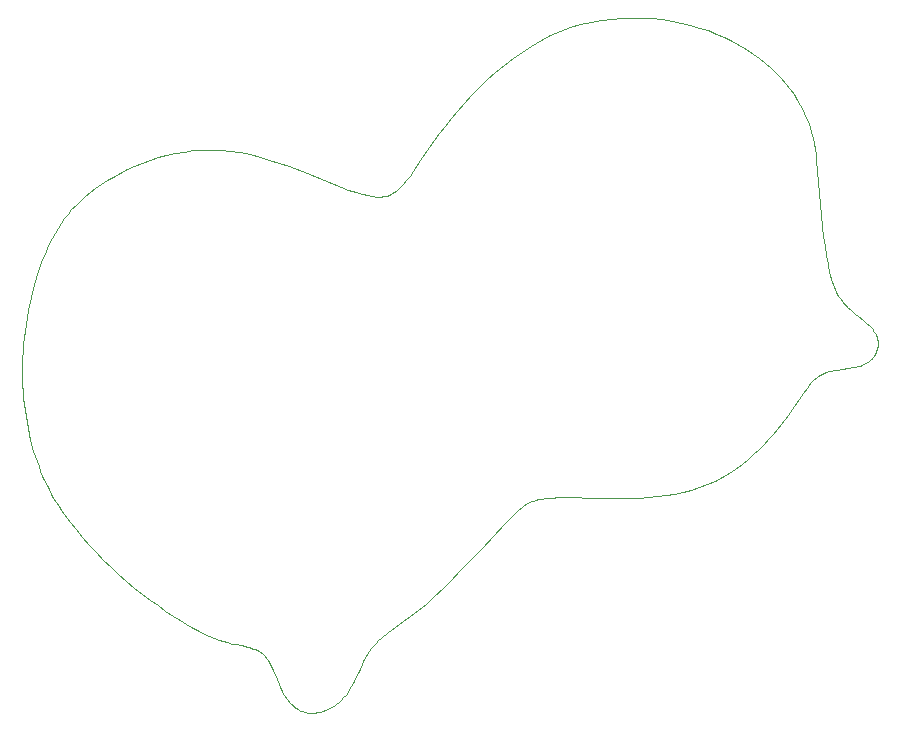
<source format=gbr>
%TF.GenerationSoftware,KiCad,Pcbnew,9.0.7*%
%TF.CreationDate,2026-02-01T20:41:00-05:00*%
%TF.ProjectId,555timerCES,35353574-696d-4657-9243-45532e6b6963,rev?*%
%TF.SameCoordinates,Original*%
%TF.FileFunction,Profile,NP*%
%FSLAX46Y46*%
G04 Gerber Fmt 4.6, Leading zero omitted, Abs format (unit mm)*
G04 Created by KiCad (PCBNEW 9.0.7) date 2026-02-01 20:41:00*
%MOMM*%
%LPD*%
G01*
G04 APERTURE LIST*
%TA.AperFunction,Profile*%
%ADD10C,0.105833*%
%TD*%
G04 APERTURE END LIST*
D10*
X143752549Y-69575349D02*
X144603369Y-69628681D01*
X145441854Y-69718698D01*
X146265243Y-69843539D01*
X147070770Y-70001342D01*
X147855670Y-70190248D01*
X148617181Y-70408395D01*
X149352537Y-70653922D01*
X150059424Y-70925013D01*
X150737333Y-71220027D01*
X151386213Y-71537370D01*
X152006009Y-71875446D01*
X152596669Y-72232662D01*
X153158140Y-72607421D01*
X153690370Y-72998131D01*
X154193305Y-73403194D01*
X154666892Y-73821018D01*
X155111079Y-74250007D01*
X155525812Y-74688566D01*
X155911039Y-75135101D01*
X156266707Y-75588017D01*
X156592763Y-76045719D01*
X156889154Y-76506612D01*
X157155827Y-76969101D01*
X157393073Y-77431866D01*
X157602567Y-77894682D01*
X157786328Y-78357604D01*
X157946376Y-78820683D01*
X158084733Y-79283975D01*
X158203418Y-79747531D01*
X158304452Y-80211407D01*
X158389855Y-80675653D01*
X158461647Y-81140326D01*
X158521849Y-81605477D01*
X158615562Y-82537428D01*
X158752800Y-84409424D01*
X158825954Y-85348402D01*
X158909317Y-86279719D01*
X159002887Y-87192318D01*
X159106665Y-88075143D01*
X159220651Y-88917138D01*
X159344845Y-89707244D01*
X159479247Y-90434406D01*
X159623857Y-91087568D01*
X159699981Y-91383357D01*
X159778603Y-91658996D01*
X159859671Y-91915602D01*
X159943131Y-92154290D01*
X160028930Y-92376177D01*
X160117015Y-92582380D01*
X160207334Y-92774015D01*
X160299832Y-92952200D01*
X160394457Y-93118049D01*
X160491155Y-93272681D01*
X160589874Y-93417211D01*
X160690560Y-93552757D01*
X160793161Y-93680434D01*
X160897623Y-93801359D01*
X161003893Y-93916649D01*
X161111918Y-94027420D01*
X161221599Y-94134648D01*
X161332662Y-94238737D01*
X161444788Y-94339956D01*
X161557658Y-94438570D01*
X161784354Y-94629044D01*
X162010200Y-94812287D01*
X162449133Y-95165588D01*
X162657117Y-95339900D01*
X162757122Y-95427401D01*
X162854045Y-95515488D01*
X162947563Y-95604408D01*
X163037360Y-95694337D01*
X163123116Y-95785437D01*
X163204512Y-95877865D01*
X163281230Y-95971781D01*
X163352949Y-96067346D01*
X163419353Y-96164718D01*
X163480120Y-96264057D01*
X163534934Y-96365523D01*
X163583473Y-96469274D01*
X163625421Y-96575472D01*
X163660457Y-96684275D01*
X163688262Y-96795842D01*
X163708519Y-96910334D01*
X163720907Y-97027909D01*
X163725108Y-97148728D01*
X163720803Y-97272781D01*
X163707672Y-97399386D01*
X163685396Y-97527692D01*
X163653658Y-97656849D01*
X163612136Y-97786005D01*
X163560513Y-97914310D01*
X163498470Y-98040914D01*
X163463441Y-98103312D01*
X163425687Y-98164966D01*
X163385168Y-98225769D01*
X163341846Y-98285616D01*
X163295678Y-98344398D01*
X163246627Y-98402012D01*
X163194651Y-98458349D01*
X163139711Y-98513304D01*
X163081768Y-98566770D01*
X163020780Y-98618642D01*
X162956709Y-98668812D01*
X162889515Y-98717175D01*
X162819157Y-98763623D01*
X162745596Y-98808052D01*
X162668792Y-98850354D01*
X162588705Y-98890423D01*
X162505295Y-98928153D01*
X162418522Y-98963437D01*
X162235057Y-99026627D01*
X162039631Y-99081044D01*
X161833891Y-99128124D01*
X161619485Y-99169303D01*
X161171269Y-99239696D01*
X160708167Y-99303709D01*
X160243363Y-99372825D01*
X160014442Y-99412886D01*
X159790041Y-99458528D01*
X159571805Y-99511189D01*
X159361385Y-99572303D01*
X159160427Y-99643305D01*
X158970579Y-99725632D01*
X158792839Y-99820579D01*
X158625593Y-99928888D01*
X158466578Y-100051159D01*
X158313527Y-100187996D01*
X158164174Y-100339999D01*
X158016256Y-100507771D01*
X157867506Y-100691914D01*
X157715659Y-100893030D01*
X157393613Y-101348588D01*
X157031996Y-101879260D01*
X156612685Y-102489861D01*
X156117558Y-103185209D01*
X155531186Y-103964193D01*
X154848906Y-104802033D01*
X154471182Y-105233430D01*
X154068741Y-105668030D01*
X153641334Y-106101996D01*
X153188716Y-106531489D01*
X152710638Y-106952674D01*
X152206854Y-107361712D01*
X151677117Y-107754768D01*
X151121180Y-108128003D01*
X150538796Y-108477581D01*
X149929718Y-108799664D01*
X149293699Y-109090416D01*
X148630491Y-109346000D01*
X147940682Y-109563715D01*
X147228175Y-109745414D01*
X146497700Y-109894086D01*
X145753986Y-110012721D01*
X145001762Y-110104311D01*
X144245757Y-110171845D01*
X143490698Y-110218315D01*
X142741317Y-110246709D01*
X141278499Y-110261235D01*
X139895133Y-110239348D01*
X137518086Y-110182023D01*
X137031282Y-110181804D01*
X136589556Y-110190336D01*
X136189740Y-110207531D01*
X135828666Y-110233298D01*
X135661668Y-110249368D01*
X135503168Y-110267549D01*
X135352771Y-110287828D01*
X135210079Y-110310195D01*
X135074698Y-110334638D01*
X134946231Y-110361147D01*
X134824282Y-110389710D01*
X134708457Y-110420316D01*
X134598358Y-110452954D01*
X134493589Y-110487613D01*
X134393756Y-110524282D01*
X134298462Y-110562950D01*
X134207311Y-110603605D01*
X134119907Y-110646237D01*
X134035854Y-110690834D01*
X133954757Y-110737385D01*
X133799845Y-110836305D01*
X133652004Y-110942909D01*
X133508067Y-111057108D01*
X133364866Y-111178812D01*
X133071196Y-111445111D01*
X132761595Y-111744776D01*
X132429847Y-112081515D01*
X132069734Y-112459033D01*
X130221315Y-114451053D01*
X128988746Y-115760384D01*
X128311690Y-116461308D01*
X127609252Y-117170305D01*
X126892779Y-117870298D01*
X126173623Y-118544212D01*
X125463130Y-119174971D01*
X125114680Y-119468831D01*
X124772651Y-119745499D01*
X124442008Y-120002041D01*
X124126266Y-120238716D01*
X123536489Y-120663098D01*
X122502755Y-121390384D01*
X122270324Y-121562398D01*
X122046796Y-121735803D01*
X121831418Y-121913257D01*
X121623441Y-122097417D01*
X121422115Y-122290940D01*
X121226690Y-122496483D01*
X121036415Y-122716703D01*
X120850541Y-122954258D01*
X120676913Y-123195692D01*
X120522262Y-123426788D01*
X120384169Y-123649057D01*
X120260214Y-123864014D01*
X120147979Y-124073171D01*
X120045043Y-124278041D01*
X119857391Y-124680975D01*
X119677902Y-125084922D01*
X119487221Y-125501986D01*
X119381634Y-125719221D01*
X119265991Y-125944275D01*
X119137871Y-126178661D01*
X118994856Y-126423893D01*
X118836267Y-126668050D01*
X118663997Y-126897977D01*
X118479480Y-127113339D01*
X118284151Y-127313799D01*
X118079445Y-127499024D01*
X117866796Y-127668676D01*
X117647639Y-127822421D01*
X117423407Y-127959922D01*
X117195537Y-128080845D01*
X116965461Y-128184854D01*
X116734616Y-128271613D01*
X116504435Y-128340786D01*
X116276352Y-128392039D01*
X116051803Y-128425035D01*
X115832222Y-128439439D01*
X115619044Y-128434916D01*
X115515272Y-128425479D01*
X115413446Y-128411348D01*
X115313550Y-128392646D01*
X115215570Y-128369496D01*
X115119491Y-128342018D01*
X115025299Y-128310336D01*
X114932978Y-128274572D01*
X114842514Y-128234848D01*
X114753892Y-128191286D01*
X114667097Y-128144008D01*
X114498931Y-128038796D01*
X114337898Y-127920188D01*
X114183880Y-127789164D01*
X114036758Y-127646700D01*
X113896415Y-127493774D01*
X113762734Y-127331366D01*
X113635595Y-127160452D01*
X113514882Y-126982010D01*
X113400476Y-126797019D01*
X113292260Y-126606457D01*
X113190115Y-126411301D01*
X113093788Y-126212543D01*
X113002477Y-126011219D01*
X112831153Y-125605070D01*
X112507426Y-124808101D01*
X112424962Y-124618164D01*
X112340010Y-124434046D01*
X112251630Y-124256793D01*
X112158885Y-124087455D01*
X112060837Y-123927078D01*
X111956546Y-123776711D01*
X111845075Y-123637401D01*
X111786354Y-123572220D01*
X111725486Y-123510196D01*
X111597106Y-123395800D01*
X111460318Y-123293531D01*
X111315772Y-123202363D01*
X111164113Y-123121267D01*
X111005991Y-123049218D01*
X110842053Y-122985188D01*
X110672947Y-122928149D01*
X110499320Y-122877074D01*
X110321821Y-122830937D01*
X110141096Y-122788709D01*
X109772563Y-122711875D01*
X109398904Y-122638354D01*
X109025300Y-122559928D01*
X108655107Y-122469244D01*
X108284356Y-122362401D01*
X107907238Y-122236361D01*
X107517946Y-122088084D01*
X107110673Y-121914532D01*
X106679611Y-121712666D01*
X106218954Y-121479448D01*
X105722894Y-121211838D01*
X105187525Y-120907519D01*
X104616530Y-120567049D01*
X104015482Y-120191704D01*
X103389958Y-119782758D01*
X102745531Y-119341487D01*
X102087778Y-118869167D01*
X101422272Y-118367072D01*
X100754588Y-117836478D01*
X100089944Y-117279020D01*
X99432110Y-116697747D01*
X98784486Y-116096060D01*
X98150474Y-115477361D01*
X97533475Y-114845050D01*
X96936890Y-114202530D01*
X96364120Y-113553202D01*
X95818568Y-112900467D01*
X95303001Y-112246104D01*
X94817634Y-111585364D01*
X94586143Y-111250609D01*
X94362042Y-110911867D01*
X94145278Y-110568341D01*
X93935798Y-110219232D01*
X93733549Y-109863743D01*
X93538477Y-109501077D01*
X93350529Y-109130435D01*
X93169651Y-108751021D01*
X92995792Y-108362037D01*
X92828896Y-107962684D01*
X92668911Y-107552166D01*
X92515784Y-107129685D01*
X92230530Y-106247346D01*
X91975901Y-105317799D01*
X91755298Y-104344869D01*
X91572124Y-103332385D01*
X91429782Y-102284175D01*
X91374985Y-101747868D01*
X91331673Y-101204065D01*
X91300270Y-100653245D01*
X91281201Y-100095885D01*
X91274892Y-99532465D01*
X91281769Y-98963462D01*
X91302122Y-98389488D01*
X91335713Y-97811688D01*
X91382170Y-97231337D01*
X91441121Y-96649711D01*
X91512194Y-96068085D01*
X91595015Y-95487736D01*
X91794419Y-94335970D01*
X92036356Y-93204618D01*
X92317848Y-92103886D01*
X92635919Y-91043980D01*
X92807741Y-90532526D01*
X92987592Y-90035105D01*
X93175409Y-89552667D01*
X93372369Y-89084852D01*
X93579962Y-88630967D01*
X93799676Y-88190322D01*
X94033001Y-87762225D01*
X94281424Y-87345984D01*
X94546434Y-86940908D01*
X94829520Y-86546307D01*
X95132172Y-86161488D01*
X95455877Y-85785761D01*
X95802125Y-85418433D01*
X96172404Y-85058814D01*
X96568202Y-84706212D01*
X96991010Y-84359936D01*
X97442314Y-84019295D01*
X97923605Y-83683597D01*
X98435882Y-83352746D01*
X98978195Y-83029019D01*
X99549110Y-82715289D01*
X100147191Y-82414425D01*
X100771003Y-82129299D01*
X101419111Y-81862782D01*
X102090080Y-81617744D01*
X102782474Y-81397055D01*
X103494860Y-81203587D01*
X104225800Y-81040211D01*
X104973861Y-80909797D01*
X105737606Y-80815217D01*
X106515602Y-80759340D01*
X107306412Y-80745038D01*
X108108602Y-80775181D01*
X108920736Y-80852640D01*
X109741005Y-80978763D01*
X110566109Y-81148800D01*
X111392380Y-81356478D01*
X112216151Y-81595522D01*
X113033752Y-81859661D01*
X113841517Y-82142620D01*
X115412865Y-82739906D01*
X118276128Y-83884296D01*
X118912332Y-84123345D01*
X119509355Y-84331028D01*
X120063529Y-84501071D01*
X120571186Y-84627201D01*
X120806617Y-84671991D01*
X121030198Y-84704366D01*
X121242627Y-84724461D01*
X121444603Y-84732407D01*
X121636822Y-84728338D01*
X121819983Y-84712387D01*
X121994783Y-84684685D01*
X122161921Y-84645368D01*
X122322094Y-84594566D01*
X122475999Y-84532414D01*
X122624336Y-84459043D01*
X122767801Y-84374588D01*
X122907092Y-84279180D01*
X123042908Y-84172953D01*
X123306902Y-83928573D01*
X123565367Y-83642511D01*
X123823885Y-83315830D01*
X124088038Y-82949593D01*
X124363409Y-82544864D01*
X124970134Y-81624181D01*
X125688719Y-80562287D01*
X126554392Y-79373648D01*
X127042200Y-78743392D01*
X127564670Y-78096550D01*
X128120315Y-77438650D01*
X128707646Y-76775221D01*
X129325175Y-76111793D01*
X129971414Y-75453893D01*
X130644873Y-74807052D01*
X131344066Y-74176797D01*
X132067503Y-73568658D01*
X132813697Y-72988163D01*
X133581158Y-72440842D01*
X134368399Y-71932222D01*
X135173931Y-71467834D01*
X135996266Y-71053205D01*
X136833697Y-70692638D01*
X137683672Y-70385503D01*
X138543427Y-70129940D01*
X139410199Y-69924087D01*
X140281222Y-69766083D01*
X141153733Y-69654069D01*
X142024967Y-69586182D01*
X142892161Y-69560562D01*
X143752549Y-69575349D01*
M02*

</source>
